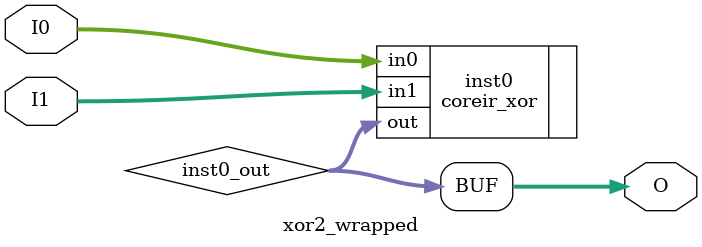
<source format=v>
module xor2_wrapped (input [1:0] I0, input [1:0] I1, output [1:0] O);
wire [1:0] inst0_out;
coreir_xor inst0 (.in0(I0), .in1(I1), .out(inst0_out));
assign O = inst0_out;
endmodule


</source>
